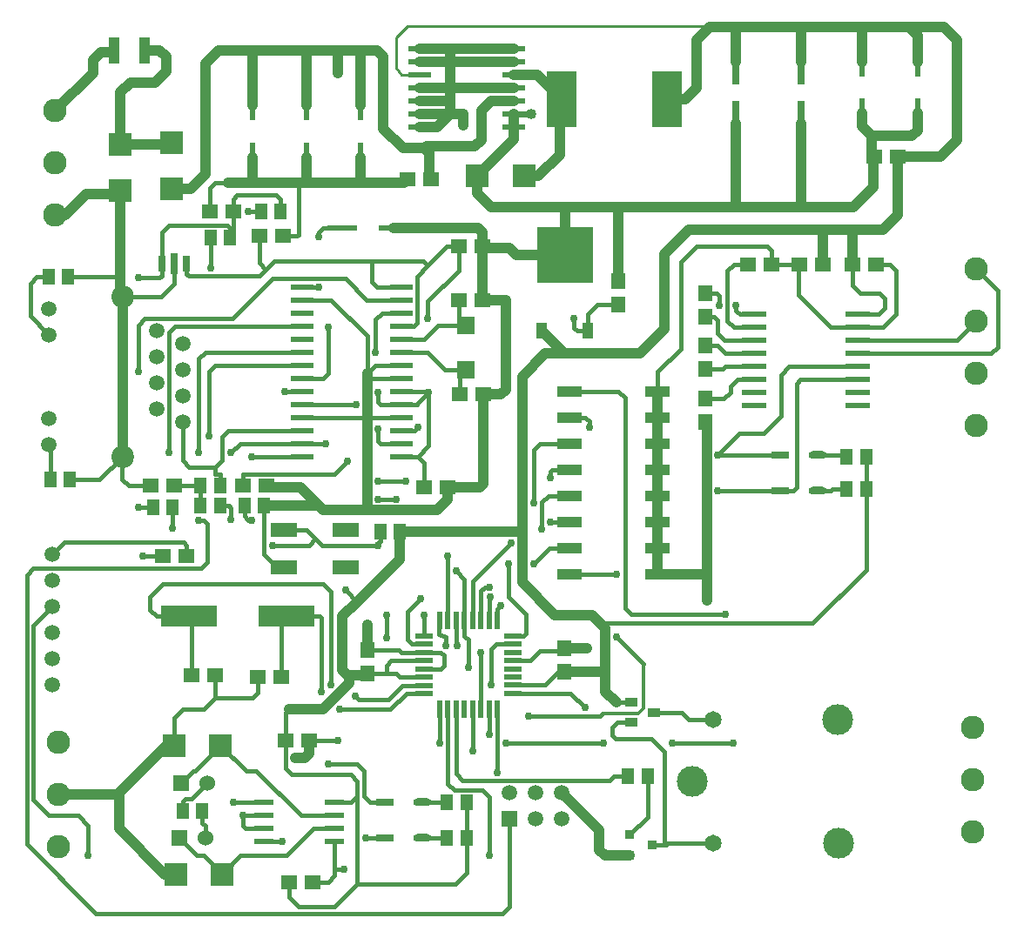
<source format=gbr>
G04 DipTrace 2.1.0.5*
%INTopCopper.gbr*%
%MOIN*%
%ADD10C,0.0098*%
%ADD11C,0.0055*%
%ADD12C,0.003*%
%ADD13C,0.0173*%
%ADD14C,0.04*%
%ADD15C,0.017*%
%ADD16C,0.01*%
%ADD17C,0.013*%
%ADD18C,0.0236*%
%ADD19C,0.015*%
%ADD20C,0.08*%
%ADD21R,0.0709X0.0669*%
%ADD22R,0.06X0.056*%
%ADD23R,0.056X0.06*%
%ADD24R,0.02X0.1181*%
%ADD25R,0.0295X0.1772*%
%ADD26R,0.1181X0.02*%
%ADD27R,0.0512X0.0335*%
%ADD28R,0.0906X0.0906*%
%ADD29R,0.07X0.03*%
%ADD30O,0.07X0.03*%
%ADD31C,0.09*%
%ADD32R,0.0394X0.0984*%
%ADD33C,0.0187*%
%ADD34R,0.0709X0.0197*%
%ADD35R,0.0197X0.0709*%
%ADD36R,0.059X0.059*%
%ADD37C,0.059*%
%ADD38R,0.0961X0.0445*%
%ADD39R,0.06X0.06*%
%ADD40C,0.06*%
%ADD41R,0.118X0.217*%
%ADD42R,0.1024X0.0551*%
%ADD43R,0.032X0.032*%
%ADD44R,0.0512X0.0591*%
%ADD45C,0.065*%
%ADD46C,0.118*%
%ADD47C,0.059*%
%ADD48R,0.0866X0.0236*%
%ADD49R,0.0925X0.0236*%
%ADD50R,0.0768X0.0236*%
%ADD51R,0.0394X0.063*%
%ADD52R,0.2165X0.2126*%
%ADD53R,0.2165X0.0787*%
%ADD54C,0.0866*%
%ADD55R,0.0315X0.0591*%
%ADD56R,0.0315X0.0787*%
%ADD57C,0.03*%
%ADD58C,0.02*%
%ADD59C,0.126*%
%ADD60C,0.118*%
%ADD61C,0.05*%
%ADD62C,0.035*%
%ADD63C,0.063*%
%ADD64C,0.008*%
%ADD65C,0.038*%
%ADD66C,0.022*%
%ADD67C,0.048*%
%ADD68C,0.032*%
%ADD69R,0.0395X0.0868*%
%ADD70R,0.0235X0.0707*%
%ADD71R,0.0395X0.0671*%
%ADD72R,0.0235X0.051*%
%ADD73C,0.0946*%
%ADD74C,0.0786*%
%ADD75R,0.2246X0.0868*%
%ADD76R,0.2085X0.0707*%
%ADD77R,0.2246X0.2206*%
%ADD78R,0.2085X0.2046*%
%ADD79R,0.0474X0.071*%
%ADD80R,0.0313X0.055*%
%ADD81R,0.0848X0.0317*%
%ADD82R,0.0687X0.0156*%
%ADD83R,0.1006X0.0317*%
%ADD84R,0.0845X0.0156*%
%ADD85R,0.0946X0.0317*%
%ADD86R,0.0786X0.0156*%
%ADD87C,0.067*%
%ADD88C,0.051*%
%ADD89C,0.126*%
%ADD90C,0.11*%
%ADD91C,0.073*%
%ADD92C,0.057*%
%ADD93R,0.0592X0.0671*%
%ADD94R,0.0431X0.051*%
%ADD95R,0.04X0.04*%
%ADD96R,0.024X0.024*%
%ADD97R,0.1104X0.0631*%
%ADD98R,0.0943X0.0471*%
%ADD99R,0.126X0.225*%
%ADD100R,0.11X0.209*%
%ADD101C,0.068*%
%ADD102C,0.052*%
%ADD103R,0.068X0.068*%
%ADD104R,0.052X0.052*%
%ADD105R,0.1041X0.0525*%
%ADD106R,0.088X0.0365*%
%ADD107C,0.067*%
%ADD108C,0.051*%
%ADD109R,0.067X0.067*%
%ADD110R,0.051X0.051*%
%ADD111R,0.0277X0.0789*%
%ADD112R,0.0117X0.0628*%
%ADD113R,0.0789X0.0277*%
%ADD114R,0.0628X0.0117*%
%ADD115R,0.0474X0.1065*%
%ADD116R,0.0313X0.0904*%
%ADD117C,0.098*%
%ADD118C,0.082*%
%ADD119O,0.078X0.038*%
%ADD120O,0.062X0.022*%
%ADD121R,0.078X0.038*%
%ADD122R,0.062X0.022*%
%ADD123R,0.0986X0.0986*%
%ADD124R,0.0825X0.0825*%
%ADD125R,0.0592X0.0415*%
%ADD126R,0.0431X0.0254*%
%ADD127R,0.1261X0.028*%
%ADD128R,0.1101X0.012*%
%ADD129R,0.0376X0.1852*%
%ADD130R,0.0215X0.1691*%
%ADD131R,0.028X0.1261*%
%ADD132R,0.012X0.1101*%
%ADD133R,0.064X0.068*%
%ADD134R,0.048X0.052*%
%ADD135R,0.068X0.064*%
%ADD136R,0.052X0.048*%
%ADD137R,0.0789X0.075*%
%ADD138R,0.0628X0.0589*%
%ADD139C,0.0093*%
%ADD140C,0.0154*%
%ADD141C,0.0124*%
%FSLAX44Y44*%
%SFA1B1*%
%OFA0B0*%
G04*
G70*
G90*
G75*
G01*
%LNTop*%
%LPD*%
X18295Y10813D2*
D13*
Y8647D1*
X14685Y12244D2*
Y11384D1*
X5750Y16377D2*
X5197D1*
X11439Y20815D2*
X10776D1*
X14439Y15439D2*
Y15064D1*
X14369Y14994D1*
Y14914D1*
X17814Y10251D2*
Y11286D1*
X17659Y11441D1*
Y12032D1*
X11439Y20315D2*
X13509D1*
X15052Y16682D2*
X14369D1*
Y14914D2*
X12213D1*
X11959Y15167D1*
X11625Y15502D1*
X10751D1*
X6126Y14501D2*
X5343D1*
X11959Y15167D2*
X11706Y14914D1*
X10316D1*
X17659Y12032D2*
Y13609D1*
X17346Y13922D1*
X16377Y28941D2*
D14*
X16314Y29003D1*
Y29941D1*
X16127Y30128D1*
X15314D1*
X14564Y30878D1*
Y33629D1*
X14314Y33879D1*
X13689D1*
Y31753D2*
Y33879D1*
X12814D1*
X11626D1*
X9564D1*
Y31753D1*
X11626Y33879D2*
Y31753D1*
X9564Y33879D2*
X8251D1*
X7751Y33379D1*
Y29128D1*
X7188Y28565D1*
X6438D1*
X16314Y29941D2*
X16219Y30191D1*
X18064D1*
X18314Y30441D1*
Y31566D1*
X18690Y31941D1*
X19561D1*
X12814Y33003D2*
Y33879D1*
X13192Y18126D2*
D13*
X12703Y17636D1*
X9188D1*
Y17189D1*
X9814Y26753D2*
Y25733D1*
X10067Y25480D1*
X10387Y25800D1*
X14132D1*
Y25018D1*
X14335Y24815D1*
X15238D1*
Y23315D2*
X15725D1*
X15838Y23428D1*
Y25214D1*
X16252Y25628D1*
X16079Y25800D1*
X14132D1*
X23565Y24128D2*
X22767D1*
X22399Y23759D1*
Y23127D1*
X15238Y18315D2*
X15874D1*
X16281Y18722D1*
Y20782D1*
X10067Y25480D2*
X9815Y25228D1*
X7112D1*
X7023Y25317D1*
Y25690D1*
X16252Y25628D2*
X17002Y26378D1*
X17439D1*
X15874Y18315D2*
X16127Y18062D1*
Y17127D1*
X22399Y23127D2*
X21993D1*
X21869Y23251D1*
Y23609D1*
X15238Y20315D2*
X14455D1*
X14369Y20401D1*
Y20782D1*
X16281D2*
X15838Y20338D1*
Y20315D1*
X15238D1*
X17439Y26378D2*
Y25436D1*
X16260Y24257D1*
Y23610D1*
X16281Y20782D2*
X16247Y20815D1*
X15238D1*
X12251Y8626D2*
D15*
X10939D1*
X10814Y8501D1*
Y7438D1*
Y6376D1*
X11064Y6126D1*
X13314D1*
X13564Y5876D1*
Y5313D1*
X10939Y8626D2*
D14*
X12251D1*
X13251Y9626D1*
Y9876D1*
X13001Y10126D1*
Y12189D1*
X13564Y12751D1*
D15*
X13126Y13189D1*
X20627Y23127D2*
D14*
X21502Y22252D1*
X24378D1*
X25315Y23190D1*
Y26065D1*
X26253Y27003D1*
X31399D1*
X32524D1*
Y25682D1*
X35004Y33441D2*
Y34441D1*
X34691Y34754D1*
X32878D1*
X30566D1*
X28065D1*
X27065D1*
D16*
X27003Y34816D1*
X15502D1*
X15064Y34379D1*
Y33191D1*
X15252Y32941D1*
X15939D1*
X31399Y25682D2*
D14*
Y27003D1*
X32878Y33441D2*
Y34754D1*
X30566Y33441D2*
Y34754D1*
X28065Y33441D2*
Y34754D1*
X6501Y15564D2*
D15*
X6499Y16377D1*
X16127Y9864D2*
X16139Y9876D1*
X15189D1*
X15064Y10001D1*
X14689D1*
X13939D1*
X12698Y5063D2*
X13314D1*
X13564Y5313D1*
X24054Y8889D2*
X23490D1*
D14*
X23065Y9313D1*
Y10064D1*
Y11751D1*
D15*
X23127Y11939D1*
X31003D1*
X33046Y13982D1*
Y17064D1*
X15187Y15439D2*
D14*
X19877D1*
Y13501D1*
X21127Y12251D1*
X22565D1*
X23065Y11751D1*
X34691Y34754D2*
X36004D1*
X36504Y34254D1*
Y30441D1*
X35879Y29816D1*
X34254D1*
X27065Y34754D2*
X26565Y34254D1*
Y32441D1*
X26128Y32003D1*
X25415D1*
X13939Y10001D2*
X13876Y9939D1*
X13189D1*
D15*
X13251Y9876D1*
Y9626D1*
X12251Y8626D1*
X14689Y10001D2*
Y10314D1*
X14869Y10494D1*
X16127D1*
X17751Y3688D2*
Y5064D1*
X13564Y5313D2*
Y1938D1*
X17314D1*
X17751Y2374D1*
Y3688D1*
X33046Y17064D2*
Y18314D1*
X23065Y10064D2*
D14*
X21502D1*
X19877Y15439D2*
Y21377D1*
X20752Y22252D1*
X21502D1*
X32524Y25682D2*
D15*
Y24857D1*
X32816Y24565D1*
X33566D1*
X33754Y24378D1*
Y24003D1*
X33504Y23752D1*
X32710D1*
X21502Y10064D2*
X21252D1*
X20744Y9555D1*
X19513D1*
X34254Y29816D2*
D14*
Y27565D1*
X33691Y27003D1*
X32524D1*
X13564Y12751D2*
X15187Y14374D1*
Y15439D1*
X13564Y1938D2*
D15*
X12689Y1063D1*
X11314D1*
X10939Y1438D1*
Y2000D1*
X31399Y27003D2*
D14*
D3*
X32878Y34754D2*
D3*
X30566D2*
D3*
X28065D2*
D3*
X14254Y22315D2*
D13*
Y23562D1*
X14507Y23815D1*
X15238D1*
X18689Y9564D2*
Y10939D1*
X18881Y11130D1*
X19513D1*
X23495Y11394D2*
X24510Y10378D1*
D17*
Y8670D1*
X24309Y8469D1*
X22937D1*
D13*
X22838Y8370D1*
X20124D1*
X21679Y13814D2*
X23495D1*
X20307Y14214D2*
X20907Y14814D1*
X21679D1*
X19365Y14214D2*
Y12945D1*
X20033Y12277D1*
Y11543D1*
X19935Y11445D1*
X19513D1*
X21679Y15814D2*
X20940D1*
X19048Y12617D2*
Y12596D1*
X18919Y12467D1*
Y12032D1*
X20624Y15545D2*
Y16561D1*
X20877Y16814D1*
X21679D1*
X18653Y12933D2*
X18604Y12884D1*
Y12032D1*
X18607Y13313D2*
X18439D1*
X18289Y13163D1*
Y12032D1*
X20940Y17502D2*
Y17730D1*
X21024Y17814D1*
X21679D1*
X19447Y15009D2*
X17974Y13536D1*
Y12032D1*
X20307Y16545D2*
Y18561D1*
X20560Y18814D1*
X21679D1*
X22439Y19447D2*
Y19664D1*
X22289Y19814D1*
X21679D1*
X25632Y7344D2*
X27969D1*
X19242D2*
X22998D1*
X16719D2*
X16720Y8647D1*
X18613Y3039D2*
Y5272D1*
X18360Y5525D1*
X17289D1*
X17035Y5779D1*
Y8647D1*
X27652Y12254D2*
X24065D1*
X23811Y12507D1*
Y20561D1*
X23558Y20814D1*
X21679D1*
X6337Y18473D2*
Y23062D1*
X6591Y23315D1*
X11439D1*
X17980Y7028D2*
Y8647D1*
X12814Y7438D2*
D15*
X11714D1*
X35004Y31473D2*
D14*
Y30816D1*
X34798Y30610D1*
X33253D1*
Y29916D1*
X33354Y29816D1*
X15939Y33941D2*
X17127D1*
Y33441D1*
Y32441D1*
X18744D1*
X15939D2*
X17127D1*
X11839Y2000D2*
D15*
X12439D1*
X12698Y2259D1*
Y2500D1*
X13064D1*
X5663Y17189D2*
X4813D1*
X4563Y17439D1*
Y18309D1*
X4572Y18318D1*
X10088Y17189D2*
D14*
X10151Y17127D1*
X11393D1*
X12081Y16439D1*
X12268Y16252D1*
X13939D1*
Y17189D1*
X33354Y29816D2*
X33316Y29778D1*
Y28628D1*
X32566Y27878D1*
X30566D1*
X15477Y28941D2*
X15352Y28816D1*
X13689D1*
X11626D1*
X15238Y19815D2*
D15*
X13939D1*
D14*
Y21315D1*
Y21502D1*
D15*
Y22940D1*
X12564Y24315D1*
X11439D1*
X12698Y2500D2*
Y3563D1*
X26899Y19619D2*
D14*
X26940Y19577D1*
Y13814D1*
X25065D1*
X13939Y21315D2*
D15*
X15238D1*
X13939Y21502D2*
X14252Y21815D1*
X15238D1*
X21377Y5438D2*
D14*
X22815Y4000D1*
Y3250D1*
X23039Y3026D1*
X23992D1*
X9756Y9878D2*
D15*
Y9256D1*
X9564Y9063D1*
X8126D1*
X7688Y8626D1*
X6876D1*
X6563Y8313D1*
Y7251D1*
X12081Y16439D2*
D14*
X9999D1*
X4572Y18318D2*
D15*
X3693Y17439D1*
X2561D1*
X19513Y10500D2*
X20189D1*
X20565Y10876D1*
X21415D1*
X21502Y10964D1*
X11626Y29785D2*
D14*
Y28816D1*
X11314D1*
X9564D1*
Y29785D1*
X18339Y26378D2*
Y26915D1*
X18189Y27065D1*
X14970D1*
X28065Y31079D2*
Y27878D1*
X30566D1*
X33253Y30610D2*
X32878Y30985D1*
Y31473D1*
X15939Y33441D2*
X17127D1*
Y33941D2*
X19561D1*
X15939Y31441D2*
X17127D1*
X16627Y30941D1*
X15939D1*
X9564Y28816D2*
X8626D1*
X2000Y27566D2*
X2376D1*
X3188Y28378D1*
X4375D1*
X4500Y28503D1*
X11714Y7438D2*
Y6921D1*
X11564Y6771D1*
X11179D1*
X19561Y31441D2*
D18*
X20224D1*
X19561Y30941D2*
D14*
Y31441D1*
X18168Y29066D2*
X19561Y30459D1*
Y30941D1*
X30566Y31079D2*
Y27878D1*
X18744Y32441D2*
X19561D1*
X6563Y7251D2*
X6251D1*
X4376Y5376D1*
X2125D1*
X8126Y9063D2*
D15*
X8118Y9940D1*
X32710Y23252D2*
X33691D1*
X34191Y23752D1*
Y25440D1*
X33949Y25682D1*
X33424D1*
X30499D2*
X30441Y25624D1*
Y24503D1*
X31691Y23252D1*
X32710D1*
X29424Y25682D2*
X30499D1*
X25065Y20814D2*
Y21565D1*
X25940Y22440D1*
Y25753D1*
X26565Y26378D1*
X29253D1*
X29424Y26207D1*
Y25682D1*
X25065Y19814D2*
D14*
Y20814D1*
Y18814D2*
Y19814D1*
Y17814D2*
Y18814D1*
Y16814D2*
Y17814D1*
Y15814D2*
Y16814D1*
Y14814D2*
Y15814D1*
Y13814D2*
Y14814D1*
X26940Y12814D2*
Y13814D1*
X13939Y17189D2*
Y19815D1*
Y16252D2*
X16627D1*
X17027Y16652D1*
Y17127D1*
X6626Y2313D2*
X6188D1*
X4438Y4063D1*
Y5376D1*
X4376D1*
X4586Y24431D2*
X4500Y24516D1*
Y25190D1*
D15*
X2498D1*
X4572Y18318D2*
D14*
X4586Y18332D1*
Y24431D1*
X13689Y28816D2*
Y29785D1*
X21513Y26041D2*
Y27878D1*
X18339Y26378D2*
X18402Y26315D1*
X19377D1*
X19651Y26041D1*
X21513D1*
X18339Y24315D2*
Y26378D1*
X18402Y20690D2*
X19065D1*
X19252Y20877D1*
Y24315D1*
X18339D1*
X17027Y17127D2*
X18252D1*
X18402Y17277D1*
Y20690D1*
X9999Y16439D2*
D15*
Y14566D1*
X10481Y14084D1*
X10751D1*
X21502Y10964D2*
D14*
X22352D1*
X16127Y10809D2*
D15*
X16757D1*
X16877Y10689D1*
Y10314D1*
X16742Y10179D1*
X16127D1*
X13939Y10901D2*
X15164D1*
X15256Y10809D1*
X16127D1*
X13939Y11876D2*
D14*
Y10901D1*
X8626Y28816D2*
D19*
X8126D1*
X7913Y28603D1*
Y27690D1*
X4586Y24431D2*
X4596Y24440D1*
X6063D1*
X6551Y24928D1*
Y25690D1*
X4500Y28503D2*
D14*
Y25190D1*
X15939Y31941D2*
X17127D1*
Y32441D1*
Y33441D2*
X19561D1*
X28065Y27878D2*
X23565D1*
X21513D1*
X23565D2*
Y25028D1*
X17127Y31941D2*
Y31441D1*
X11314Y28816D2*
D19*
Y26815D1*
X11251Y26753D1*
X10714D1*
X13939Y19815D2*
D15*
X11439D1*
X17127Y31441D2*
D14*
X17627D1*
Y31003D1*
X4376Y5376D2*
D3*
X21513Y27878D2*
X18689D1*
X18168Y28399D1*
Y29066D1*
X5172Y21558D2*
D13*
Y23336D1*
X5425Y23589D1*
X8777D1*
X10320Y25132D1*
X13107D1*
X13923Y24315D1*
X15238D1*
X7492Y18473D2*
Y22062D1*
X7745Y22315D1*
X11439D1*
X19377Y4438D2*
Y1064D1*
X19124Y811D1*
X3564D1*
X907Y3468D1*
Y13773D1*
X1160Y14026D1*
X7576D1*
X7830Y14280D1*
Y15720D1*
X7671Y15879D1*
X7492D1*
X18925Y6216D2*
Y8647D1*
X7872Y19106D2*
Y21562D1*
X8125Y21815D1*
X11439D1*
X18609Y7661D2*
X18610Y8647D1*
X24677Y6076D2*
Y4511D1*
X23992Y3826D1*
X6813Y5813D2*
X7280Y6280D1*
X7364D1*
X8335Y7251D1*
X9306Y6280D1*
X9693D1*
X11410Y4563D1*
X12698D1*
X6751Y3688D2*
X7420Y3019D1*
X7691D1*
X8397Y2313D1*
X9103Y3019D1*
X10850D1*
X11894Y4063D1*
X12698D1*
X28753Y23252D2*
X27978D1*
X27725Y23506D1*
Y25429D1*
X27978Y25682D1*
X28524D1*
X27409Y24101D2*
Y24461D1*
X27313Y24557D1*
X26899D1*
X28061Y24101D2*
Y23902D1*
X28211Y23752D1*
X28753D1*
Y22752D2*
X27627D1*
X27345Y23034D1*
Y23535D1*
X27223Y23657D1*
X26899D1*
X28753Y22252D2*
X27649D1*
X27345Y22557D1*
X26899D1*
X28753Y21752D2*
X27646D1*
X27551Y21657D1*
X26899D1*
X28753Y21252D2*
X28105D1*
X27851Y20999D1*
Y20772D1*
X27598Y20519D1*
X26899D1*
X12876Y8626D2*
X14814D1*
X15439Y9251D1*
X16110D1*
X16127Y9234D1*
X10656Y9878D2*
Y11979D1*
X10866Y12189D1*
X12126D1*
X12189Y12126D1*
Y9313D1*
X7218Y9940D2*
Y12096D1*
X7126Y12189D1*
X13500Y9120D2*
X13619Y9001D1*
X14752D1*
X15300Y9549D1*
X16127D1*
X7126Y12189D2*
X5876D1*
X5626Y12439D1*
Y12939D1*
X6126Y13439D1*
X12251D1*
X12564Y13126D1*
Y9564D1*
X24862Y3426D2*
X24874Y3438D1*
X25378D1*
X25315D1*
Y7001D1*
X24815Y7501D1*
X23440D1*
X23315Y7626D1*
Y7938D1*
X23517Y8141D1*
X24054D1*
X25378Y3438D2*
X25440Y3500D1*
X27191D1*
X23929Y6076D2*
X23403D1*
X23227Y5900D1*
X17603D1*
X17350Y6153D1*
Y8647D1*
X1875Y14564D2*
X2337Y15026D1*
X6904D1*
X7026Y14904D1*
Y14501D1*
X24920Y8515D2*
X25989D1*
X26253Y8251D1*
X27164D1*
X27191Y8225D1*
X7751Y3688D2*
Y4154D1*
X7624Y4281D1*
Y4750D1*
X7813Y5813D2*
X7212Y5212D1*
X6982D1*
X6876Y5106D1*
Y4750D1*
X17003Y5064D2*
X16560D1*
X16559Y5062D1*
X16046D1*
X17003Y3688D2*
X16560D1*
X16559D1*
X16046D1*
X32298Y17064D2*
X31748D1*
X31686Y17002D1*
X31173D1*
X32298Y18314D2*
Y18377D1*
X31173D1*
X2000Y31566D2*
D14*
X3438Y33003D1*
Y33504D1*
X3750Y33816D1*
X4188D1*
X4250Y33879D1*
X5432D2*
X6001D1*
X6251Y33629D1*
Y33066D1*
X5813Y32628D1*
X4876D1*
X4500Y32253D1*
Y30275D1*
X6376D1*
X6438Y30337D1*
X17712Y21644D2*
D13*
X17502Y21435D1*
Y20690D1*
X15238Y22315D2*
X16251D1*
X16922Y21644D1*
X17712D1*
Y23337D2*
X17439Y23610D1*
Y24315D1*
X15238Y22815D2*
X16127D1*
X16649Y23337D1*
X17712D1*
X11439Y18315D2*
X9505D1*
Y15879D2*
X9401D1*
X9251Y16029D1*
Y16439D1*
X12102Y26735D2*
Y26915D1*
X12252Y27065D1*
X13001D1*
X11439Y24815D2*
X12102D1*
X5186Y25169D2*
X5999D1*
X6078Y25248D1*
Y25690D1*
X8813Y27690D2*
Y28163D1*
X8970Y28320D1*
X10470D1*
X10624Y28166D1*
Y27690D1*
X8686Y26690D2*
X8813D1*
Y27690D1*
X6078Y25690D2*
Y26899D1*
X6359Y27180D1*
X8580D1*
X8686Y27074D1*
Y26690D1*
X19940Y29066D2*
D14*
X20502D1*
X21315Y29878D1*
Y31941D1*
X21377Y32003D1*
X20440Y32941D1*
X19561D1*
X1769Y22982D2*
D13*
X1048Y23703D1*
Y24937D1*
X1302Y25190D1*
X1750D1*
Y18753D2*
X1813Y18690D1*
Y17439D1*
X6563Y17189D2*
X7563D1*
Y16439D1*
X37254Y25503D2*
X38074Y24683D1*
Y22506D1*
X37820Y22252D1*
X32710D1*
X37254Y23503D2*
X36504Y22752D1*
X32710D1*
X8734Y18473D2*
X9076Y18815D1*
X11439D1*
X8734Y15914D2*
Y16346D1*
X8641Y16439D1*
X8311D1*
X11439Y18815D2*
X12355D1*
X6876Y19627D2*
Y18157D1*
X7129Y17904D1*
X8125D1*
X8378Y18157D1*
Y19062D1*
X8632Y19315D1*
X11439D1*
X8125Y17904D2*
Y17651D1*
X8311D1*
Y17189D1*
X8818Y5063D2*
X10001D1*
X17377Y11064D2*
X17344Y11031D1*
Y12032D1*
X12442Y6527D2*
X13562D1*
X13815Y6274D1*
Y5316D1*
X14069Y5062D1*
X14627D1*
X22274Y8687D2*
X21720Y9240D1*
X19513D1*
X12439Y23252D2*
Y21502D1*
X12252Y21315D1*
X11439D1*
X29753Y18377D2*
X27370D1*
X15997Y12877D2*
X15503Y12383D1*
Y11287D1*
X15666Y11124D1*
X16127D1*
X27370Y18377D2*
X28195Y19202D1*
X29129D1*
X29790Y19863D1*
Y21450D1*
X30092Y21752D1*
X32710D1*
X16127Y12244D2*
Y11439D1*
X29753Y17002D2*
X30253D1*
X30378Y17127D1*
Y21108D1*
X30523Y21252D1*
X32710D1*
X27370Y17002D2*
X29753D1*
X9876Y27690D2*
X9390D1*
X15901Y19447D2*
X15883D1*
X15751Y19315D1*
X15238D1*
X14369Y19384D2*
Y18901D1*
X14455Y18815D1*
X15238D1*
X7938Y26690D2*
Y25545D1*
X10001Y4563D2*
X9197D1*
X16939Y11064D2*
Y11401D1*
X16689Y11501D1*
X16714Y12032D1*
X9197Y4563D2*
Y4153D1*
X9287Y4063D1*
X10001D1*
X1875Y12564D2*
X1160Y11849D1*
Y5153D1*
X1750Y4563D1*
X2875D1*
X3254Y4185D1*
Y3034D1*
X17029Y14492D2*
Y12032D1*
X14369Y17378D2*
X15432D1*
X14627Y3688D2*
X13879D1*
X10701Y3563D2*
X10001D1*
D57*
X18295Y10813D3*
X14685Y11384D3*
Y12244D3*
X5197Y16377D3*
X10776Y20815D3*
X17346Y13922D3*
X13509Y20315D3*
X17814Y10251D3*
X14369Y16682D3*
X15052D3*
X10316Y14914D3*
X5343Y14501D3*
X14369Y14914D3*
D14*
X12814Y33003D3*
D57*
X13192Y18126D3*
X16281Y20782D3*
X21869Y23609D3*
X16260Y23610D3*
X14369Y20782D3*
X6501Y15564D3*
X13126Y13189D3*
X14254Y22315D3*
X18689Y9564D3*
X20124Y8370D3*
X23495Y11394D3*
Y13814D3*
X20307Y14214D3*
X19365D3*
X19048Y12617D3*
X20940Y15814D3*
X18653Y12933D3*
X20624Y15545D3*
X18607Y13313D3*
X20940Y17502D3*
X19447Y15009D3*
X20307Y16545D3*
X22439Y19447D3*
X27969Y7344D3*
X25632D3*
X22998D3*
X19242D3*
X16719D3*
X18613Y3039D3*
X27652Y12254D3*
X6337Y18473D3*
X17980Y7028D3*
D14*
X11179Y6771D3*
X20224Y31441D3*
X18744Y32441D3*
D57*
X12814Y7438D3*
X13064Y2500D3*
D14*
X26940Y12814D3*
X22352Y10964D3*
X13939Y17189D3*
Y11876D3*
X17627Y31003D3*
X8626Y28816D3*
D57*
X5172Y21558D3*
X7492Y18473D3*
Y15879D3*
X18925Y6216D3*
X18609Y7661D3*
X7872Y19106D3*
X27409Y24101D3*
X28061D3*
X12876Y8626D3*
X12189Y9313D3*
X12564Y9564D3*
X13500Y9120D3*
X9505Y18315D3*
Y15879D3*
X12102Y26735D3*
Y24815D3*
X5186Y25169D3*
X12355Y18815D3*
X8734Y18473D3*
Y15914D3*
X8818Y5063D3*
X17377Y11064D3*
X12442Y6527D3*
X22274Y8687D3*
X12439Y23252D3*
X27370Y18377D3*
X15997Y12877D3*
X16127Y12244D3*
X27370Y17002D3*
X15901Y19447D3*
X9390Y27690D3*
X14369Y19384D3*
X7938Y25545D3*
X16939Y11064D3*
X9197Y4563D3*
X3254Y3034D3*
X17029Y14492D3*
X15432Y17378D3*
X14369D3*
X13879Y3688D3*
X10701Y3563D3*
D21*
X17712Y21644D3*
Y23337D3*
D22*
X10939Y2000D3*
X11839D3*
X32524Y25682D3*
X33424D3*
D23*
X13939Y10001D3*
Y10901D3*
D22*
X7218Y9940D3*
X8118D3*
X31399Y25682D3*
X30499D3*
D23*
X26899Y24557D3*
Y23657D3*
Y22557D3*
Y21657D3*
Y19619D3*
Y20519D3*
D22*
X28524Y25682D3*
X29424D3*
D23*
X21502Y10064D3*
Y10964D3*
D22*
X6126Y14501D3*
X7026D3*
X10814Y7438D3*
X11714D3*
D24*
X13689Y31753D3*
Y29785D3*
D22*
X16377Y28941D3*
X15477D3*
D25*
X28065Y33441D3*
Y31079D3*
D22*
X34254Y29816D3*
X33354D3*
X10656Y9878D3*
X9756D3*
D25*
X30566Y33441D3*
Y31079D3*
D24*
X32878Y33441D3*
Y31473D3*
X11626Y31753D3*
Y29785D3*
X9564Y31753D3*
Y29785D3*
X35004Y33441D3*
Y31473D3*
D22*
X17502Y20690D3*
X18402D3*
X17439Y24315D3*
X18339D3*
X9814Y26753D3*
X10714D3*
X9188Y17189D3*
X10088D3*
X16127Y17127D3*
X17027D3*
X17439Y26378D3*
X18339D3*
D26*
X13001Y27065D3*
X14970D3*
D23*
X23565Y24128D3*
Y25028D3*
D27*
X24054Y8889D3*
Y8141D3*
X24920Y8515D3*
D28*
X6438Y28565D3*
Y30337D3*
D29*
X29753Y18377D3*
D30*
X31173D3*
D29*
X29753Y17002D3*
D30*
X31173D3*
D29*
X14627Y5062D3*
D30*
X16046D3*
D28*
X19940Y29066D3*
X18168D3*
D29*
X14627Y3688D3*
D30*
X16046D3*
D31*
X37254Y25503D3*
Y23503D3*
Y21503D3*
Y19503D3*
D32*
X4250Y33879D3*
X5432D3*
D34*
X16127Y11439D3*
Y11124D3*
Y10809D3*
Y10494D3*
Y10179D3*
Y9864D3*
Y9549D3*
Y9234D3*
D35*
X16720Y8647D3*
X17035D3*
X17350D3*
X17665D3*
X17980D3*
X18295D3*
X18610D3*
X18925D3*
D34*
X19513Y9240D3*
Y9555D3*
Y9870D3*
Y10185D3*
Y10500D3*
Y10815D3*
Y11130D3*
Y11445D3*
D35*
X18919Y12032D3*
X18604D3*
X18289D3*
X17974D3*
X17659D3*
X17344D3*
X17029D3*
X16714D3*
D31*
X2125Y7376D3*
Y5376D3*
Y3376D3*
X37118Y3951D3*
Y5951D3*
Y7951D3*
D36*
X19377Y4438D3*
D37*
Y5438D3*
X20377Y4438D3*
Y5438D3*
X21377Y4438D3*
Y5438D3*
D38*
X25065Y13814D3*
X21679D3*
X25065Y14814D3*
X21679D3*
X25065Y15814D3*
X21679D3*
X25065Y16814D3*
X21679D3*
X25065Y17814D3*
X21679D3*
X25065Y18814D3*
X21679D3*
X25065Y19814D3*
X21679D3*
X25065Y20814D3*
X21679D3*
D39*
X6813Y5813D3*
D40*
X7813D3*
D39*
X6751Y3688D3*
D40*
X7751D3*
D41*
X21377Y32003D3*
X25415D3*
D42*
X10751Y15502D3*
Y14084D3*
X13113D3*
Y15502D3*
D43*
X23992Y3826D3*
Y3026D3*
X24862Y3426D3*
D44*
X14439Y15439D3*
X15187D3*
X9251Y16439D3*
X9999D3*
D45*
X27191Y3500D3*
Y8225D3*
D46*
X31994Y3500D3*
X31954Y8225D3*
X26403Y5863D3*
D44*
X6876Y4750D3*
X7624D3*
X23929Y6076D3*
X24677D3*
X32298Y17064D3*
X33046D3*
X32298Y18314D3*
X33046D3*
X17003Y5064D3*
X17751D3*
X17003Y3688D3*
X17751D3*
X5750Y16377D3*
X6499D3*
D31*
X2000Y31566D3*
Y29566D3*
Y27566D3*
D47*
X1875Y14564D3*
Y13564D3*
Y12564D3*
Y11564D3*
Y10564D3*
Y9564D3*
D28*
X6626Y2313D3*
X8397D3*
X6563Y7251D3*
X8335D3*
X4500Y28503D3*
Y30275D3*
D48*
X15939Y33941D3*
Y33441D3*
Y32941D3*
Y32441D3*
Y31941D3*
Y31441D3*
Y30941D3*
X19561D3*
Y31441D3*
Y31941D3*
Y32441D3*
Y32941D3*
Y33441D3*
Y33941D3*
D49*
X28753Y23752D3*
Y23252D3*
Y22752D3*
Y22252D3*
Y21752D3*
Y21252D3*
Y20752D3*
Y20252D3*
X32710D3*
Y20752D3*
Y21252D3*
Y21752D3*
Y22252D3*
Y22752D3*
Y23252D3*
Y23752D3*
D50*
X10001Y5063D3*
Y4563D3*
Y4063D3*
Y3563D3*
X12698D3*
Y4063D3*
Y4563D3*
Y5063D3*
D48*
X11439Y24815D3*
Y24315D3*
Y23815D3*
Y23315D3*
Y22815D3*
Y22315D3*
Y21815D3*
Y21315D3*
Y20815D3*
Y20315D3*
Y19815D3*
Y19315D3*
Y18815D3*
Y18315D3*
X15238D3*
Y18815D3*
Y19315D3*
Y19815D3*
Y20315D3*
Y20815D3*
Y21315D3*
Y21815D3*
Y22315D3*
Y22815D3*
Y23315D3*
Y23815D3*
Y24315D3*
Y24815D3*
D51*
X20627Y23127D3*
X22399D3*
D52*
X21513Y26041D3*
D53*
X7126Y12189D3*
X10866D3*
D47*
X5876Y23127D3*
X6876Y22627D3*
X5876Y22127D3*
X6876Y21627D3*
X5876Y21127D3*
X6876Y20627D3*
X5876Y20127D3*
X6876Y19627D3*
X1763Y23982D3*
X1769Y22982D3*
Y19761D3*
X1750Y18753D3*
D54*
X4586Y24431D3*
X4572Y18318D3*
D55*
X7023Y25690D3*
D56*
X6551D3*
D55*
X6078D3*
D44*
X9876Y27690D3*
X10624D3*
X7938Y26690D3*
X8686D3*
X1750Y25190D3*
X2498D3*
X1813Y17439D3*
X2561D3*
X7563Y17189D3*
X8311D3*
X7563Y16439D3*
X8311D3*
D22*
X6563Y17189D3*
X5663D3*
X8813Y27690D3*
X7913D3*
M02*

</source>
